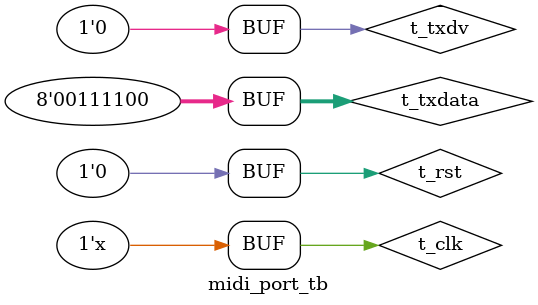
<source format=v>
`timescale 1ns / 1ps

module midi_port_tb();

reg t_clk = 0;
reg t_rst;
reg t_txdv;
wire t_txserial, t_rxserial;
reg [7:0] t_txdata;

wire t_rxdv;
wire [7:0] t_rxdata;

always t_clk = #1 ~t_clk;

midi_port mp_tb(
    .clk(t_clk),
    .rst(t_rst),
    .txdv(t_txdv),
    .txserial(t_txserial),
    .txdata(t_txdata),
    .rxdv(t_rxdv),
    .rxserial(t_rxserial),
    .rxdata(t_rxdata)
);

initial begin
    t_rst = 1;
    #2;
    t_rst = 0;

    t_txdata <= 8'b01011010;
    t_txdv = 1;
    #2;
    t_rst = 0;
    t_txdata <= 8'b10100101;
    t_txdv = 1;
    #2;
    t_rst = 0;
    t_txdata <= 8'b11000011;
    t_txdv = 1;
    #2;
    t_rst = 0;
    t_txdata <= 8'b00111100;
    t_txdv = 1;
    #2;
//    t_txdv = 0;
//    #2;
//    #400000;

    t_txdata <= 8'b01011010;
    t_txdv = 1;
    #2;
    t_rst = 0;
    t_txdata <= 8'b10100101;
    t_txdv = 1;
    #2;
    t_rst = 0;
    t_txdata <= 8'b11000011;
    t_txdv = 1;
    #2;
    t_rst = 0;
    t_txdata <= 8'b00111100;
    #2;
    t_txdv = 0;
    #2;
//    #400000;

    t_txdata <= 8'b01011010;
    t_txdv = 1;
    #2;
    t_rst = 0;
    t_txdata <= 8'b10100101;
    t_txdv = 1;
    #2;
    t_rst = 0;
    t_txdata <= 8'b11000011;
    t_txdv = 1;
    #2;
    t_rst = 0;
    t_txdata <= 8'b00111100;
    t_txdv = 1;
    #2;
    t_txdv = 0;
    #2;
//    #400000;

    t_txdata <= 8'b01011010;
    t_txdv = 1;
    #2;
    t_rst = 0;
    t_txdata <= 8'b10100101;
    t_txdv = 1;
    #2;
    t_rst = 0;
    t_txdata <= 8'b11000011;
    t_txdv = 1;
    #2;
    t_rst = 0;
    t_txdata <= 8'b00111100;
    t_txdv = 1;
    #2;
    t_txdv = 0;
    #2;
//    #400000;
end

endmodule

</source>
